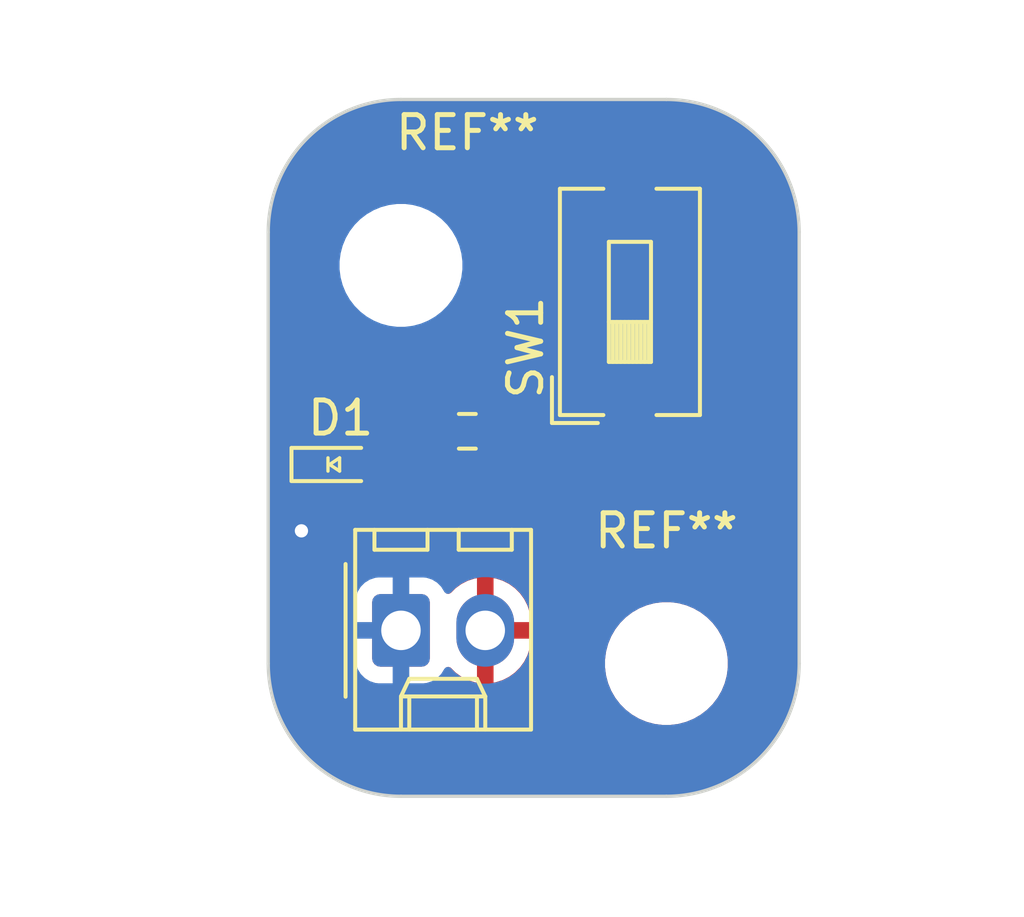
<source format=kicad_pcb>
(kicad_pcb (version 20240108) (generator "pcbnew") (generator_version "8.0")
  (title_block (title "LED Project") (date "2024-09-16") (rev "1.0") (company "Illini Solar Car") (comment 1 "Designed by Mihir Tandon"))
  (layers (0 "F.Cu" signal) (31 "B.Cu" signal) (34 "B.Paste" user) (35 "F.Paste" user) (36 "B.SilkS" user "B.Silkscreen") (37 "F.SilkS" user "F.Silkscreen") (38 "B.Mask" user) (39 "F.Mask" user) (44 "Edge.Cuts" user))
  (net 0 "")
  (net 1 "Net-(D1-A)")
  (net 2 "GND")
  (net 3 "+3V3")
  (net 4 "Net-(R1-Pad1)")
  (footprint "Button_Switch_SMD:SW_DIP_SPSTx01_Slide_6.7x4.1mm_W8.61mm_P2.54mm_LowProfile" (layer "F.Cu") (at 163.9 120.1 90)
    (property "Reference" "SW1" (at -1.377 -3.1446 90) (layer "F.SilkS"))
    (property "Value" "SW_Push" (hide yes))
    (fp_line (start -3.65 -2.35) (end -2.267 -2.35) (stroke (width 0.12)) (layer "F.SilkS"))
    (fp_line (start -3.65 -2.35) (end -3.65 -0.967) (stroke (width 0.12)) (layer "F.SilkS"))
    (fp_line (start 3.41 -2.11) (end 3.41 -0.8) (stroke (width 0.12)) (layer "F.SilkS"))
    (fp_line (start -3.41 -2.11) (end 3.41 -2.11) (stroke (width 0.12)) (layer "F.SilkS"))
    (fp_line (start -3.41 -2.11) (end -3.41 -0.8) (stroke (width 0.12)) (layer "F.SilkS"))
    (fp_line (start 1.81 -0.635) (end -1.81 -0.635) (stroke (width 0.12)) (layer "F.SilkS"))
    (fp_line (start -0.603333 -0.635) (end -0.603333 0.635) (stroke (width 0.12)) (layer "F.SilkS"))
    (fp_line (start -1.81 -0.635) (end -1.81 0.635) (stroke (width 0.12)) (layer "F.SilkS"))
    (fp_line (start -1.81 -0.515) (end -0.603333 -0.515) (stroke (width 0.12)) (layer "F.SilkS"))
    (fp_line (start -1.81 -0.395) (end -0.603333 -0.395) (stroke (width 0.12)) (layer "F.SilkS"))
    (fp_line (start -1.81 -0.275) (end -0.603333 -0.275) (stroke (width 0.12)) (layer "F.SilkS"))
    (fp_line (start -1.81 -0.155) (end -0.603333 -0.155) (stroke (width 0.12)) (layer "F.SilkS"))
    (fp_line (start -1.81 -0.035) (end -0.603333 -0.035) (stroke (width 0.12)) (layer "F.SilkS"))
    (fp_line (start -1.81 0.085) (end -0.603333 0.085) (stroke (width 0.12)) (layer "F.SilkS"))
    (fp_line (start -1.81 0.205) (end -0.603333 0.205) (stroke (width 0.12)) (layer "F.SilkS"))
    (fp_line (start -1.81 0.325) (end -0.603333 0.325) (stroke (width 0.12)) (layer "F.SilkS"))
    (fp_line (start -1.81 0.445) (end -0.603333 0.445) (stroke (width 0.12)) (layer "F.SilkS"))
    (fp_line (start -1.81 0.565) (end -0.603333 0.565) (stroke (width 0.12)) (layer "F.SilkS"))
    (fp_line (start 1.81 0.635) (end 1.81 -0.635) (stroke (width 0.12)) (layer "F.SilkS"))
    (fp_line (start -1.81 0.635) (end 1.81 0.635) (stroke (width 0.12)) (layer "F.SilkS"))
    (fp_line (start 3.41 0.8) (end 3.41 2.11) (stroke (width 0.12)) (layer "F.SilkS"))
    (fp_line (start -3.41 0.8) (end -3.41 2.11) (stroke (width 0.12)) (layer "F.SilkS"))
    (fp_line (start -3.41 2.11) (end 3.41 2.11) (stroke (width 0.12)) (layer "F.SilkS"))
    (pad "1" smd rect (at -4.305 0 90) (size 2.44 1.12) (layers "F.Cu" "F.Paste" "F.Mask") (net 3 "+3V3"))
    (pad "2" smd rect (at 4.305 0 90) (size 2.44 1.12) (layers "F.Cu" "F.Paste" "F.Mask") (net 4 "Net-(R1-Pad1)"))
  )
  (footprint "MountingHole:MountingHole_3.2mm_M3" (layer "F.Cu") (at 165 131)
    (property "Reference" "REF**" (at 0 -4 0) (layer "F.SilkS"))
    (property "Value" "M2" (hide yes))
    (pad "" np_thru_hole circle (at 0 0) (size 3.2 3.2) (drill 3.2) (layers "F&B.Cu" "*.Mask"))
  )
  (footprint "MountingHole:MountingHole_3.2mm_M3" (layer "F.Cu") (at 157 119)
    (property "Reference" "REF**" (at 2 -4 0) (layer "F.SilkS"))
    (property "Value" "M1" (hide yes))
    (pad "" np_thru_hole circle (at 0 0) (size 3.2 3.2) (drill 3.2) (layers "F&B.Cu" "*.Mask"))
  )
  (footprint "Connector_Molex:Molex_KK-254_AE-6410-02A_1x02_P2.54mm_Vertical" (layer "F.Cu") (at 157 130)
    (property "Reference" "J1" (hide yes))
    (property "Value" "Conn_01x02" (hide yes))
    (fp_line (start -1.67 -2) (end -1.67 2) (stroke (width 0.12)) (layer "F.SilkS"))
    (fp_line (start -1.38 -3.03) (end -1.38 2.99) (stroke (width 0.12)) (layer "F.SilkS"))
    (fp_line (start -1.38 2.99) (end 3.92 2.99) (stroke (width 0.12)) (layer "F.SilkS"))
    (fp_line (start -0.8 -3.03) (end -0.8 -2.43) (stroke (width 0.12)) (layer "F.SilkS"))
    (fp_line (start -0.8 -2.43) (end 0.8 -2.43) (stroke (width 0.12)) (layer "F.SilkS"))
    (fp_line (start 0 1.99) (end 0.25 1.46) (stroke (width 0.12)) (layer "F.SilkS"))
    (fp_line (start 0 1.99) (end 2.54 1.99) (stroke (width 0.12)) (layer "F.SilkS"))
    (fp_line (start 0 2.99) (end 0 1.99) (stroke (width 0.12)) (layer "F.SilkS"))
    (fp_line (start 0.25 1.46) (end 2.29 1.46) (stroke (width 0.12)) (layer "F.SilkS"))
    (fp_line (start 0.25 2.99) (end 0.25 1.99) (stroke (width 0.12)) (layer "F.SilkS"))
    (fp_line (start 0.8 -2.43) (end 0.8 -3.03) (stroke (width 0.12)) (layer "F.SilkS"))
    (fp_line (start 1.74 -3.03) (end 1.74 -2.43) (stroke (width 0.12)) (layer "F.SilkS"))
    (fp_line (start 1.74 -2.43) (end 3.34 -2.43) (stroke (width 0.12)) (layer "F.SilkS"))
    (fp_line (start 2.29 1.46) (end 2.54 1.99) (stroke (width 0.12)) (layer "F.SilkS"))
    (fp_line (start 2.29 2.99) (end 2.29 1.99) (stroke (width 0.12)) (layer "F.SilkS"))
    (fp_line (start 2.54 1.99) (end 2.54 2.99) (stroke (width 0.12)) (layer "F.SilkS"))
    (fp_line (start 3.34 -2.43) (end 3.34 -3.03) (stroke (width 0.12)) (layer "F.SilkS"))
    (fp_line (start 3.92 -3.03) (end -1.38 -3.03) (stroke (width 0.12)) (layer "F.SilkS"))
    (fp_line (start 3.92 2.99) (end 3.92 -3.03) (stroke (width 0.12)) (layer "F.SilkS"))
    (pad "1" thru_hole roundrect (at 0 0) (size 1.74 2.19) (drill 1.19) (layers "*.Cu" "*.Mask") (roundrect_rratio 0.143678) (net 2 "GND"))
    (pad "2" thru_hole oval (at 2.54 0) (size 1.74 2.19) (drill 1.19) (layers "*.Cu" "*.Mask") (net 3 "+3V3"))
  )
  (footprint "layout:LED_0603_Symbol_on_F.SilkS" (layer "F.Cu") (at 155 125)
    (property "Reference" "D1" (at 0.1804 -1.4 0) (layer "F.SilkS"))
    (property "Value" "LED_RED" (hide yes))
    (fp_line (start -1.3 -0.5) (end -1.3 0.5) (stroke (width 0.12)) (layer "F.SilkS"))
    (fp_line (start -1.3 -0.5) (end 0.8 -0.5) (stroke (width 0.12)) (layer "F.SilkS"))
    (fp_line (start -1.3 0.5) (end 0.8 0.5) (stroke (width 0.12)) (layer "F.SilkS"))
    (fp_line (start -0.2 -0.2) (end -0.2 0.2) (stroke (width 0.1)) (layer "F.SilkS"))
    (fp_line (start -0.15 0) (end 0.15 -0.2) (stroke (width 0.1)) (layer "F.SilkS"))
    (fp_line (start 0.15 -0.2) (end 0.15 0.2) (stroke (width 0.1)) (layer "F.SilkS"))
    (fp_line (start 0.15 0.2) (end -0.15 0) (stroke (width 0.1)) (layer "F.SilkS"))
    (pad "1" smd rect (at -0.8 0 180) (size 0.8 0.8) (layers "F.Cu" "F.Paste" "F.Mask") (net 2 "GND"))
    (pad "2" smd rect (at 0.8 0 180) (size 0.8 0.8) (layers "F.Cu" "F.Paste" "F.Mask") (net 1 "Net-(D1-A)"))
  )
  (footprint "Resistor_SMD:R_0603_1608Metric_Pad0.98x0.95mm_HandSolder" (layer "F.Cu") (at 159 124 180)
    (property "Reference" "R1" (hide yes))
    (property "Value" "105" (hide yes))
    (fp_line (start -0.254724 0.5225) (end 0.254724 0.5225) (stroke (width 0.12)) (layer "F.SilkS"))
    (fp_line (start -0.254724 -0.5225) (end 0.254724 -0.5225) (stroke (width 0.12)) (layer "F.SilkS"))
    (pad "1" smd roundrect (at -0.9125 0 180) (size 0.975 0.95) (layers "F.Cu" "F.Paste" "F.Mask") (net 4 "Net-(R1-Pad1)"))
    (pad "2" smd roundrect (at 0.9125 0 180) (size 0.975 0.95) (layers "F.Cu" "F.Paste" "F.Mask") (net 1 "Net-(D1-A)"))
  )
  (gr_line (start 169 118) (end 169 131) (stroke (width 0.1)) (layer "Edge.Cuts"))
  (gr_arc (start 169 131) (mid 167.828427 133.828427) (end 165 135) (stroke (width 0.1)) (layer "Edge.Cuts"))
  (gr_line (start 153 131) (end 153 118) (stroke (width 0.1)) (layer "Edge.Cuts"))
  (gr_arc (start 165 114) (mid 167.828427 115.171573) (end 169 118) (stroke (width 0.1)) (layer "Edge.Cuts"))
  (gr_line (start 165 135) (end 157 135) (stroke (width 0.1)) (layer "Edge.Cuts"))
  (gr_line (start 157 114) (end 165 114) (stroke (width 0.1)) (layer "Edge.Cuts"))
  (gr_arc (start 153 118) (mid 154.171573 115.171573) (end 157 114) (stroke (width 0.1)) (layer "Edge.Cuts"))
  (gr_arc (start 157 135) (mid 154.171573 133.828427) (end 153 131) (stroke (width 0.1)) (layer "Edge.Cuts"))
  (segment (start 156.8 124) (end 155.8 125) (width 0.25) (layer "F.Cu") (net 1))
  (segment (start 158.0875 124) (end 156.8 124) (width 0.25) (layer "F.Cu") (net 1))
  (segment (start 154.2 126.8) (end 154 127) (width 0.25) (layer "F.Cu") (net 2))
  (segment (start 154.2 125) (end 154.2 126.8) (width 0.25) (layer "F.Cu") (net 2))
  (via (at 154 127) (size 0.8) (drill 0.4) (layers "F.Cu" "B.Cu") (net 2))
  (segment (start 161 122) (end 159.9125 123.0875) (width 0.25) (layer "F.Cu") (net 4))
  (segment (start 161 117) (end 161 122) (width 0.25) (layer "F.Cu") (net 4))
  (segment (start 163.9 115.795) (end 162.205 115.795) (width 0.25) (layer "F.Cu") (net 4))
  (segment (start 162.205 115.795) (end 161 117) (width 0.25) (layer "F.Cu") (net 4))
  (segment (start 159.9125 123.0875) (end 159.9125 124) (width 0.25) (layer "F.Cu") (net 4))
  (zone (net 3) (net_name "+3V3") (layer "F.Cu") (connect_pads (clearance 0.508)) (min_thickness 0.25) (fill yes (thermal_gap 0.5) (thermal_bridge_width 0.5))
    (polygon (pts (xy 153 114) (xy 169 114) (xy 169 135) (xy 153 135)))
  )
  (zone (net 2) (net_name "GND") (layer "B.Cu") (priority 1) (connect_pads (clearance 0.508)) (min_thickness 0.25) (fill yes (thermal_gap 0.5) (thermal_bridge_width 0.5))
    (polygon (pts (xy 153 114) (xy 169 114) (xy 169 135) (xy 153 135)))
  )
)
</source>
